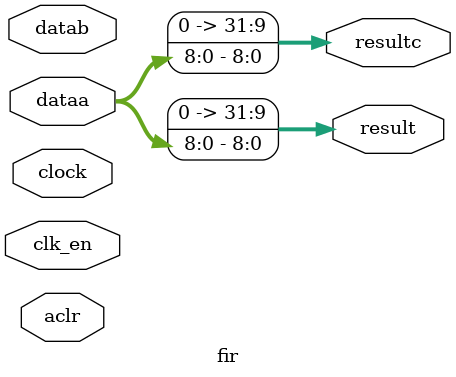
<source format=v>
'timescale 1 ps / 1 ps
// synopsys translate_on
module fir (
	aclr,
	clk_en,
	clock,
	dataa,
	datab,
	result,
	resultc
);

	input	aclr;
	input	clk_en;
	input	clock;
	input	[8:0]	dataa;
	input	[1:0]	datab;
	output	[31:0]	result;
	output	[31:0]	resultc;

	reg [31:0] result; // = dataa[15:0] << datab[15:0];
	reg [31:0] resultc;
	reg [31:0] all;
	reg [31:0] a;
	always @ (dataa) begin
	 	result <= dataa;
		resultc <= dataa;	
	end

endmodule

</source>
